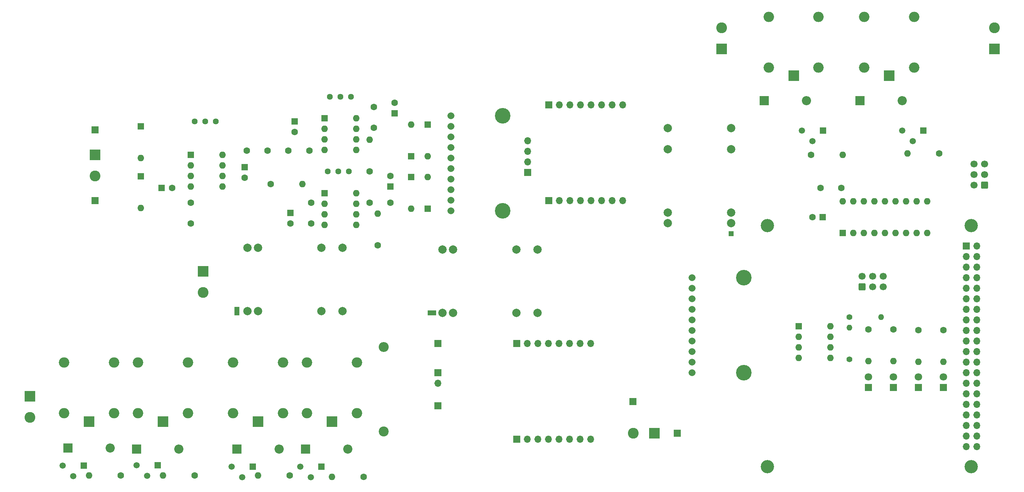
<source format=gbr>
%TF.GenerationSoftware,KiCad,Pcbnew,(6.0.9)*%
%TF.CreationDate,2023-02-24T15:44:59+01:00*%
%TF.ProjectId,mb.2024.0.0,6d622e32-3032-4342-9e30-2e302e6b6963,rev?*%
%TF.SameCoordinates,Original*%
%TF.FileFunction,Soldermask,Bot*%
%TF.FilePolarity,Negative*%
%FSLAX46Y46*%
G04 Gerber Fmt 4.6, Leading zero omitted, Abs format (unit mm)*
G04 Created by KiCad (PCBNEW (6.0.9)) date 2023-02-24 15:44:59*
%MOMM*%
%LPD*%
G01*
G04 APERTURE LIST*
G04 Aperture macros list*
%AMRoundRect*
0 Rectangle with rounded corners*
0 $1 Rounding radius*
0 $2 $3 $4 $5 $6 $7 $8 $9 X,Y pos of 4 corners*
0 Add a 4 corners polygon primitive as box body*
4,1,4,$2,$3,$4,$5,$6,$7,$8,$9,$2,$3,0*
0 Add four circle primitives for the rounded corners*
1,1,$1+$1,$2,$3*
1,1,$1+$1,$4,$5*
1,1,$1+$1,$6,$7*
1,1,$1+$1,$8,$9*
0 Add four rect primitives between the rounded corners*
20,1,$1+$1,$2,$3,$4,$5,0*
20,1,$1+$1,$4,$5,$6,$7,0*
20,1,$1+$1,$6,$7,$8,$9,0*
20,1,$1+$1,$8,$9,$2,$3,0*%
G04 Aperture macros list end*
%ADD10C,1.440000*%
%ADD11C,1.600000*%
%ADD12O,1.600000X1.600000*%
%ADD13R,2.600000X2.600000*%
%ADD14C,2.600000*%
%ADD15R,2.500000X2.500000*%
%ADD16O,2.500000X2.500000*%
%ADD17R,1.800000X1.800000*%
%ADD18C,1.800000*%
%ADD19R,1.700000X1.700000*%
%ADD20C,3.200000*%
%ADD21R,2.200000X2.200000*%
%ADD22O,2.200000X2.200000*%
%ADD23R,1.600000X1.600000*%
%ADD24O,1.700000X1.700000*%
%ADD25RoundRect,0.250000X0.600000X0.600000X-0.600000X0.600000X-0.600000X-0.600000X0.600000X-0.600000X0*%
%ADD26C,1.700000*%
%ADD27C,1.665000*%
%ADD28C,3.750000*%
%ADD29R,1.300000X2.000000*%
%ADD30C,2.000000*%
%ADD31RoundRect,0.250000X0.600000X-0.600000X0.600000X0.600000X-0.600000X0.600000X-0.600000X-0.600000X0*%
%ADD32R,1.500000X1.500000*%
%ADD33C,1.500000*%
%ADD34R,2.000000X1.200000*%
%ADD35C,1.400000*%
%ADD36O,1.400000X1.400000*%
%ADD37R,1.200000X1.200000*%
%ADD38C,2.400000*%
%ADD39O,2.400000X2.400000*%
G04 APERTURE END LIST*
D10*
%TO.C,RV2*%
X98550000Y-60000000D03*
X96010000Y-60000000D03*
X93470000Y-60000000D03*
%TD*%
D11*
%TO.C,R6*%
X43180000Y-151130000D03*
D12*
X35560000Y-151130000D03*
%TD*%
D13*
%TO.C,J1*%
X253305000Y-48545000D03*
D14*
X253305000Y-43465000D03*
%TD*%
D11*
%TO.C,R1*%
X240030000Y-73660000D03*
D12*
X232410000Y-73660000D03*
%TD*%
D13*
%TO.C,J9*%
X187695000Y-48545000D03*
D14*
X187695000Y-43465000D03*
%TD*%
D15*
%TO.C,K6*%
X93980000Y-138167500D03*
D16*
X99980000Y-136167500D03*
X99980000Y-123967500D03*
X87980000Y-123967500D03*
X87980000Y-136167500D03*
%TD*%
D17*
%TO.C,D10-OHMPI-MEASURE1*%
X235000000Y-130000000D03*
D18*
X235000000Y-127460000D03*
%TD*%
D15*
%TO.C,K1*%
X228000000Y-55000000D03*
D16*
X234000000Y-53000000D03*
X234000000Y-40800000D03*
X222000000Y-40800000D03*
X222000000Y-53000000D03*
%TD*%
D19*
%TO.C,J18*%
X37000000Y-85000000D03*
%TD*%
%TO.C,J20*%
X119430000Y-134380000D03*
%TD*%
D20*
%TO.C,*%
X247710000Y-149000000D03*
%TD*%
D15*
%TO.C,K4*%
X76200000Y-138167500D03*
D16*
X82200000Y-136167500D03*
X82200000Y-123967500D03*
X70200000Y-123967500D03*
X70200000Y-136167500D03*
%TD*%
D21*
%TO.C,D10*%
X71120000Y-144780000D03*
D22*
X81280000Y-144780000D03*
%TD*%
D20*
%TO.C,*%
X247710000Y-91000000D03*
%TD*%
D11*
%TO.C,R2*%
X209190000Y-74000000D03*
D12*
X216810000Y-74000000D03*
%TD*%
D23*
%TO.C,D8*%
X48000000Y-79190000D03*
D12*
X48000000Y-86810000D03*
%TD*%
D11*
%TO.C,C7*%
X103000000Y-85500000D03*
X108000000Y-85500000D03*
%TD*%
%TO.C,R12*%
X229000000Y-116000000D03*
D12*
X229000000Y-123620000D03*
%TD*%
D19*
%TO.C,J4*%
X146125000Y-85000000D03*
D24*
X148665000Y-85000000D03*
X151205000Y-85000000D03*
X153745000Y-85000000D03*
X156285000Y-85000000D03*
X158825000Y-85000000D03*
X161365000Y-85000000D03*
X163905000Y-85000000D03*
%TD*%
D11*
%TO.C,R13*%
X223000000Y-116000000D03*
D12*
X223000000Y-123620000D03*
%TD*%
D19*
%TO.C,J6*%
X146125000Y-62000000D03*
D24*
X148665000Y-62000000D03*
X151205000Y-62000000D03*
X153745000Y-62000000D03*
X156285000Y-62000000D03*
X158825000Y-62000000D03*
X161365000Y-62000000D03*
X163905000Y-62000000D03*
%TD*%
D19*
%TO.C,J5*%
X141000000Y-78250000D03*
D24*
X141000000Y-75710000D03*
X141000000Y-73170000D03*
X141000000Y-70630000D03*
%TD*%
D11*
%TO.C,C13*%
X104000000Y-67500000D03*
X104000000Y-62500000D03*
%TD*%
D25*
%TO.C,J13*%
X250942500Y-81285000D03*
D26*
X248402500Y-81285000D03*
X250942500Y-78745000D03*
X248402500Y-78745000D03*
X250942500Y-76205000D03*
X248402500Y-76205000D03*
%TD*%
D27*
%TO.C,U4*%
X122571000Y-87430000D03*
X122571000Y-84890000D03*
X122571000Y-82350000D03*
X122571000Y-79810000D03*
X122571000Y-77270000D03*
X122571000Y-74730000D03*
X122571000Y-72190000D03*
X122571000Y-69650000D03*
X122571000Y-67110000D03*
X122571000Y-64570000D03*
D28*
X135017000Y-64570000D03*
X135017000Y-87430000D03*
%TD*%
D23*
%TO.C,U1*%
X216850000Y-92800000D03*
D12*
X219390000Y-92800000D03*
X221930000Y-92800000D03*
X224470000Y-92800000D03*
X227010000Y-92800000D03*
X229550000Y-92800000D03*
X232090000Y-92800000D03*
X234630000Y-92800000D03*
X237170000Y-92800000D03*
X237170000Y-85180000D03*
X234630000Y-85180000D03*
X232090000Y-85180000D03*
X229550000Y-85180000D03*
X227010000Y-85180000D03*
X224470000Y-85180000D03*
X221930000Y-85180000D03*
X219390000Y-85180000D03*
X216850000Y-85180000D03*
%TD*%
D29*
%TO.C,Alim_analog_Vmn_measurement_ina128P_lm158*%
X71100000Y-111620000D03*
D30*
X73640000Y-111620000D03*
X76180000Y-111620000D03*
X91420000Y-111620000D03*
X96500000Y-111620000D03*
X96500000Y-96380000D03*
X91420000Y-96380000D03*
X76180000Y-96380000D03*
X73640000Y-96380000D03*
%TD*%
D31*
%TO.C,J8*%
X221455000Y-105752500D03*
D26*
X221455000Y-103212500D03*
X223995000Y-105752500D03*
X223995000Y-103212500D03*
X226535000Y-105752500D03*
X226535000Y-103212500D03*
%TD*%
D23*
%TO.C,U3*%
X206200000Y-115200000D03*
D12*
X206200000Y-117740000D03*
X206200000Y-120280000D03*
X206200000Y-122820000D03*
X213820000Y-122820000D03*
X213820000Y-120280000D03*
X213820000Y-117740000D03*
X213820000Y-115200000D03*
%TD*%
D11*
%TO.C,R5*%
X105000000Y-95810000D03*
D12*
X105000000Y-88190000D03*
%TD*%
D19*
%TO.C,J14*%
X119475000Y-126395000D03*
D24*
X119475000Y-128935000D03*
%TD*%
D11*
%TO.C,R4*%
X103000000Y-78000000D03*
D12*
X103000000Y-70380000D03*
%TD*%
D23*
%TO.C,D7*%
X48000000Y-67190000D03*
D12*
X48000000Y-74810000D03*
%TD*%
D23*
%TO.C,D5*%
X117000000Y-66760000D03*
D12*
X117000000Y-74380000D03*
%TD*%
D32*
%TO.C,Q6*%
X91450000Y-149010000D03*
D33*
X88910000Y-151550000D03*
X86370000Y-149010000D03*
%TD*%
D13*
%TO.C,J3*%
X21285000Y-132075000D03*
D14*
X21285000Y-137155000D03*
%TD*%
D32*
%TO.C,Q5*%
X52080000Y-148700000D03*
D33*
X49540000Y-151240000D03*
X47000000Y-148700000D03*
%TD*%
D32*
%TO.C,Q1*%
X236230000Y-68160000D03*
D33*
X233690000Y-70700000D03*
X231150000Y-68160000D03*
%TD*%
D11*
%TO.C,R15*%
X60960000Y-151130000D03*
D12*
X53340000Y-151130000D03*
%TD*%
D20*
%TO.C,*%
X198710000Y-149000000D03*
%TD*%
D11*
%TO.C,C5*%
X73500000Y-73000000D03*
X78500000Y-73000000D03*
%TD*%
D23*
%TO.C,C10*%
X53000000Y-82000000D03*
D11*
X55500000Y-82000000D03*
%TD*%
D23*
%TO.C,C2*%
X212000000Y-89000000D03*
D11*
X209500000Y-89000000D03*
%TD*%
D13*
%TO.C,J2*%
X171545000Y-141000000D03*
D14*
X166465000Y-141000000D03*
%TD*%
D23*
%TO.C,U6*%
X92200000Y-65200000D03*
D12*
X92200000Y-67740000D03*
X92200000Y-70280000D03*
X92200000Y-72820000D03*
X99820000Y-72820000D03*
X99820000Y-70280000D03*
X99820000Y-67740000D03*
X99820000Y-65200000D03*
%TD*%
D23*
%TO.C,D6*%
X113000000Y-74380000D03*
D12*
X113000000Y-66760000D03*
%TD*%
D19*
%TO.C,J19*%
X37000000Y-68000000D03*
%TD*%
D27*
%TO.C,U5*%
X180571000Y-126430000D03*
X180571000Y-123890000D03*
X180571000Y-121350000D03*
X180571000Y-118810000D03*
X180571000Y-116270000D03*
X180571000Y-113730000D03*
X180571000Y-111190000D03*
X180571000Y-108650000D03*
X180571000Y-106110000D03*
X180571000Y-103570000D03*
D28*
X193017000Y-103570000D03*
X193017000Y-126430000D03*
%TD*%
D34*
%TO.C,Alim_5V_I2C_isolator_Vmn_measurement1*%
X118000000Y-112000000D03*
D30*
X120540000Y-112000000D03*
X123080000Y-112000000D03*
X138320000Y-112000000D03*
X143400000Y-112000000D03*
X143400000Y-96760000D03*
X138320000Y-96760000D03*
X123080000Y-96760000D03*
X120540000Y-96760000D03*
%TD*%
D17*
%TO.C,D9-OHMPI-RUN-WAITING1*%
X241000000Y-130000000D03*
D18*
X241000000Y-127460000D03*
%TD*%
D21*
%TO.C,D11*%
X46990000Y-144780000D03*
D22*
X57150000Y-144780000D03*
%TD*%
D21*
%TO.C,D2*%
X197920000Y-61000000D03*
D22*
X208080000Y-61000000D03*
%TD*%
D11*
%TO.C,R7*%
X83820000Y-151130000D03*
D12*
X76200000Y-151130000D03*
%TD*%
D23*
%TO.C,U7*%
X92200000Y-83200000D03*
D12*
X92200000Y-85740000D03*
X92200000Y-88280000D03*
X92200000Y-90820000D03*
X99820000Y-90820000D03*
X99820000Y-88280000D03*
X99820000Y-85740000D03*
X99820000Y-83200000D03*
%TD*%
D23*
%TO.C,C9*%
X108000000Y-81600000D03*
D11*
X108000000Y-79100000D03*
%TD*%
D23*
%TO.C,D3*%
X117000000Y-87000000D03*
D12*
X117000000Y-79380000D03*
%TD*%
D19*
%TO.C,J12*%
X138430000Y-142380000D03*
D24*
X140970000Y-142380000D03*
X143510000Y-142380000D03*
X146050000Y-142380000D03*
X148590000Y-142380000D03*
X151130000Y-142380000D03*
X153670000Y-142380000D03*
X156210000Y-142380000D03*
%TD*%
D19*
%TO.C,J17*%
X119430000Y-119380000D03*
%TD*%
D21*
%TO.C,D12*%
X87630000Y-144780000D03*
D22*
X97790000Y-144780000D03*
%TD*%
D21*
%TO.C,D1*%
X220920000Y-61000000D03*
D22*
X231080000Y-61000000D03*
%TD*%
D17*
%TO.C,D11-OHMPI-STACK1*%
X229000000Y-130000000D03*
D18*
X229000000Y-127460000D03*
%TD*%
D35*
%TO.C,R14*%
X218440000Y-113030000D03*
D36*
X226060000Y-113030000D03*
%TD*%
D32*
%TO.C,Q4*%
X74940000Y-149010000D03*
D33*
X72400000Y-151550000D03*
X69860000Y-149010000D03*
%TD*%
D21*
%TO.C,D9*%
X30480000Y-144517500D03*
D22*
X40640000Y-144517500D03*
%TD*%
D20*
%TO.C,*%
X198710000Y-91000000D03*
%TD*%
D15*
%TO.C,K2*%
X205000000Y-55000000D03*
D16*
X211000000Y-53000000D03*
X211000000Y-40800000D03*
X199000000Y-40800000D03*
X199000000Y-53000000D03*
%TD*%
D11*
%TO.C,R3*%
X79190000Y-81000000D03*
D12*
X86810000Y-81000000D03*
%TD*%
D11*
%TO.C,C8*%
X89000000Y-90500000D03*
X89000000Y-85500000D03*
%TD*%
D10*
%TO.C,RV3*%
X98000000Y-78000000D03*
X95460000Y-78000000D03*
X92920000Y-78000000D03*
%TD*%
D37*
%TO.C,Alim_5V_Digital_rasp_iso1540_mcp23008_current_7_click1*%
X190000000Y-93000000D03*
D30*
X190000000Y-90460000D03*
X190000000Y-87920000D03*
X190000000Y-72680000D03*
X190000000Y-67600000D03*
X174760000Y-67600000D03*
X174760000Y-72680000D03*
X174760000Y-87920000D03*
X174760000Y-90460000D03*
%TD*%
D32*
%TO.C,Q3*%
X34300000Y-148747500D03*
D33*
X31760000Y-151287500D03*
X29220000Y-148747500D03*
%TD*%
D23*
%TO.C,C3*%
X73000000Y-77000000D03*
D11*
X73000000Y-79500000D03*
%TD*%
D10*
%TO.C,RV1*%
X66000000Y-66000000D03*
X63460000Y-66000000D03*
X60920000Y-66000000D03*
%TD*%
D11*
%TO.C,R16*%
X101600000Y-151500000D03*
D12*
X93980000Y-151500000D03*
%TD*%
D23*
%TO.C,C6*%
X84000000Y-88000000D03*
D11*
X84000000Y-90500000D03*
%TD*%
D35*
%TO.C,R9*%
X218440000Y-123190000D03*
D36*
X218440000Y-115570000D03*
%TD*%
D11*
%TO.C,R10*%
X241000000Y-116190000D03*
D12*
X241000000Y-123810000D03*
%TD*%
D19*
%TO.C,J10*%
X177000000Y-141000000D03*
%TD*%
D17*
%TO.C,D12-LOW-TX-BATTERY1*%
X223000000Y-130000000D03*
D18*
X223000000Y-127460000D03*
%TD*%
D19*
%TO.C,J21*%
X166370000Y-133350000D03*
%TD*%
D23*
%TO.C,C14*%
X109000000Y-64000000D03*
D11*
X109000000Y-61500000D03*
%TD*%
D23*
%TO.C,U2*%
X60000000Y-74000000D03*
D12*
X60000000Y-76540000D03*
X60000000Y-79080000D03*
X60000000Y-81620000D03*
X67620000Y-81620000D03*
X67620000Y-79080000D03*
X67620000Y-76540000D03*
X67620000Y-74000000D03*
%TD*%
D11*
%TO.C,C4*%
X60000000Y-85500000D03*
X60000000Y-90500000D03*
%TD*%
D13*
%TO.C,J16*%
X63000000Y-102000000D03*
D14*
X63000000Y-107080000D03*
%TD*%
D11*
%TO.C,C11*%
X88500000Y-73000000D03*
X83500000Y-73000000D03*
%TD*%
%TO.C,C1*%
X216500000Y-82000000D03*
X211500000Y-82000000D03*
%TD*%
D23*
%TO.C,D4*%
X113000000Y-79380000D03*
D12*
X113000000Y-87000000D03*
%TD*%
D15*
%TO.C,K3*%
X35560000Y-138167500D03*
D16*
X41560000Y-136167500D03*
X41560000Y-123967500D03*
X29560000Y-123967500D03*
X29560000Y-136167500D03*
%TD*%
D38*
%TO.C,R8*%
X106430000Y-140540000D03*
D39*
X106430000Y-120220000D03*
%TD*%
D11*
%TO.C,R11*%
X235000000Y-116190000D03*
D12*
X235000000Y-123810000D03*
%TD*%
D13*
%TO.C,J11*%
X37000000Y-74000000D03*
D14*
X37000000Y-79080000D03*
%TD*%
D23*
%TO.C,C12*%
X85000000Y-66000000D03*
D11*
X85000000Y-68500000D03*
%TD*%
D19*
%TO.C,J15*%
X138430000Y-119380000D03*
D24*
X140970000Y-119380000D03*
X143510000Y-119380000D03*
X146050000Y-119380000D03*
X148590000Y-119380000D03*
X151130000Y-119380000D03*
X153670000Y-119380000D03*
X156210000Y-119380000D03*
%TD*%
D15*
%TO.C,K5*%
X53340000Y-138167500D03*
D16*
X59340000Y-136167500D03*
X59340000Y-123967500D03*
X47340000Y-123967500D03*
X47340000Y-136167500D03*
%TD*%
D32*
%TO.C,Q2*%
X212100000Y-68160000D03*
D33*
X209560000Y-70700000D03*
X207020000Y-68160000D03*
%TD*%
D19*
%TO.C,J7*%
X246500000Y-95900000D03*
D24*
X249040000Y-95900000D03*
X246500000Y-98440000D03*
X249040000Y-98440000D03*
X246500000Y-100980000D03*
X249040000Y-100980000D03*
X246500000Y-103520000D03*
X249040000Y-103520000D03*
X246500000Y-106060000D03*
X249040000Y-106060000D03*
X246500000Y-108600000D03*
X249040000Y-108600000D03*
X246500000Y-111140000D03*
X249040000Y-111140000D03*
X246500000Y-113680000D03*
X249040000Y-113680000D03*
X246500000Y-116220000D03*
X249040000Y-116220000D03*
X246500000Y-118760000D03*
X249040000Y-118760000D03*
X246500000Y-121300000D03*
X249040000Y-121300000D03*
X246500000Y-123840000D03*
X249040000Y-123840000D03*
X246500000Y-126380000D03*
X249040000Y-126380000D03*
X246500000Y-128920000D03*
X249040000Y-128920000D03*
X246500000Y-131460000D03*
X249040000Y-131460000D03*
X246500000Y-134000000D03*
X249040000Y-134000000D03*
X246500000Y-136540000D03*
X249040000Y-136540000D03*
X246500000Y-139080000D03*
X249040000Y-139080000D03*
X246500000Y-141620000D03*
X249040000Y-141620000D03*
X246500000Y-144160000D03*
X249040000Y-144160000D03*
%TD*%
M02*

</source>
